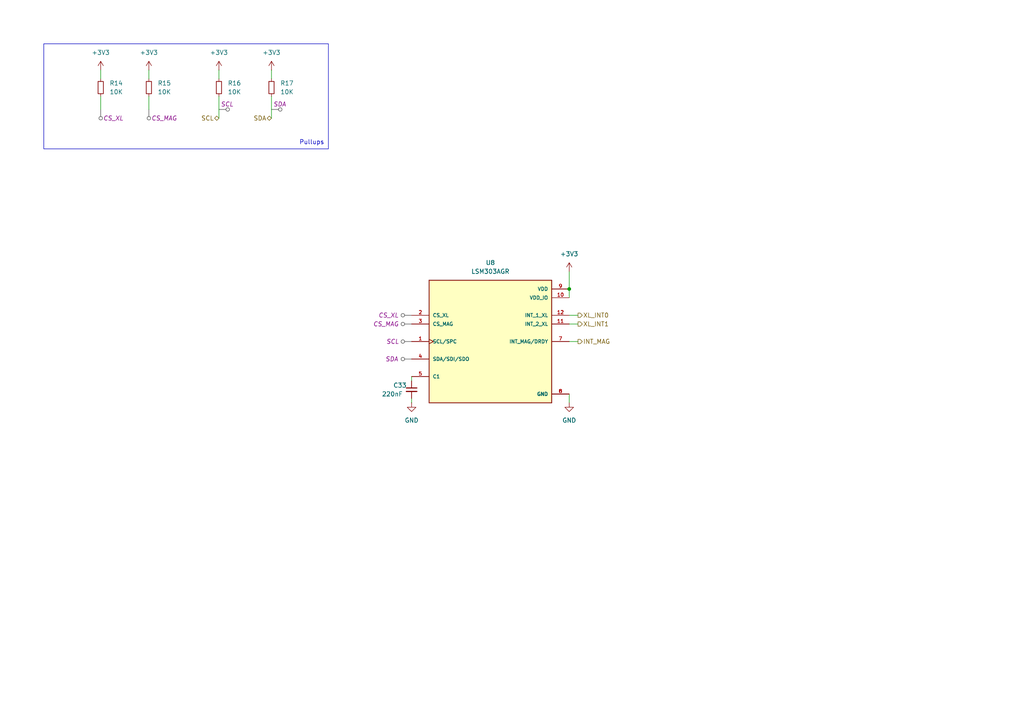
<source format=kicad_sch>
(kicad_sch (version 20231120) (generator "eeschema") (generator_version "8.0")
  (paper "A4")
  (lib_symbols
    (symbol "Device:C_Small" (pin_numbers hide) (pin_names (offset 0.254) hide)
      (property "Reference" "C" (at 0.254 1.778 0))
      (property "Value" "C_Small" (at 0.254 -2.032 0))
      (symbol "C_Small_0_1"
        (polyline (pts (xy -1.524 -0.508) (xy 1.524 -0.508)) (stroke (width 0.3302)))
        (polyline (pts (xy -1.524 0.508) (xy 1.524 0.508)) (stroke (width 0.3048)))
      )
      (symbol "C_Small_1_1"
        (pin passive line (at 0 2.54 270) (length 2.032) (name "~") (number "1"))
        (pin passive line (at 0 -2.54 90) (length 2.032) (name "~") (number "2"))
      )
    )
    (symbol "Device:R_Small" (pin_numbers hide) (pin_names (offset 0.254) hide)
      (property "Reference" "R" (at 0.762 0.508 0))
      (property "Value" "R_Small" (at 0.762 -1.016 0))
      (symbol "R_Small_0_1"
        (rectangle (start -0.762 1.778) (end 0.762 -1.778) (stroke (width 0.2032)))
      )
      (symbol "R_Small_1_1"
        (pin passive line (at 0 2.54 270) (length 0.762) (name "~") (number "1"))
        (pin passive line (at 0 -2.54 90) (length 0.762) (name "~") (number "2"))
      )
    )
    (symbol "LSM303AGR:LSM303AGR" (pin_names (offset 1.016))
      (property "Reference" "U" (at -17.78 19.05 0))
      (property "Value" "LSM303AGR" (at -17.78 -19.05 0))
      (symbol "LSM303AGR_0_0"
        (rectangle (start -17.78 -17.78) (end 17.78 17.78) (stroke (width 0.254)) (fill (type background)))
        (pin input clock (at -22.86 0 0) (length 5.08) (name "SCL/SPC") (number "1"))
        (pin power_in line (at 22.86 12.7 180) (length 5.08) (name "VDD_IO") (number "10"))
        (pin output line (at 22.86 5.08 180) (length 5.08) (name "INT_2_XL") (number "11"))
        (pin output line (at 22.86 7.62 180) (length 5.08) (name "INT_1_XL") (number "12"))
        (pin input line (at -22.86 7.62 0) (length 5.08) (name "CS_XL") (number "2"))
        (pin input line (at -22.86 5.08 0) (length 5.08) (name "CS_MAG") (number "3"))
        (pin bidirectional line (at -22.86 -5.08 0) (length 5.08) (name "SDA/SDI/SDO") (number "4"))
        (pin passive line (at -22.86 -10.16 0) (length 5.08) (name "C1") (number "5"))
        (pin power_in line (at 22.86 -15.24 180) (length 5.08) (name "GND") (number "6"))
        (pin output line (at 22.86 0 180) (length 5.08) (name "INT_MAG/DRDY") (number "7"))
        (pin power_in line (at 22.86 -15.24 180) (length 5.08) (name "GND") (number "8"))
        (pin power_in line (at 22.86 15.24 180) (length 5.08) (name "VDD") (number "9"))
      )
    )
    (symbol "power:+3V3" (power) (pin_numbers hide) (pin_names (offset 0) hide)
      (property "Value" "+3V3" (at 0 3.556 0))
      (symbol "+3V3_0_1"
        (polyline (pts (xy -0.762 1.27) (xy 0 2.54)))
        (polyline (pts (xy 0 0) (xy 0 2.54)))
        (polyline (pts (xy 0 2.54) (xy 0.762 1.27)))
      )
      (symbol "+3V3_1_1"
        (pin power_in line (at 0 0 90) (length 0) (name "~") (number "1"))
      )
    )
    (symbol "power:GND" (power) (pin_numbers hide) (pin_names (offset 0) hide)
      (property "Value" "GND" (at 0 -3.81 0))
      (symbol "GND_0_1"
        (polyline (pts (xy 0 0) (xy 0 -1.27) (xy 1.27 -1.27) (xy 0 -2.54) (xy -1.27 -1.27) (xy 0 -1.27)))
      )
      (symbol "GND_1_1"
        (pin power_in line (at 0 0 270) (length 0) (name "~") (number "1"))
      )
    )
  )
  (junction (at 165.1 83.82))
  (wire (pts (xy 165.1 114.3) (xy 165.1 116.84)))
  (wire (pts (xy 119.38 109.22) (xy 119.38 110.49)))
  (wire (pts (xy 165.1 93.98) (xy 167.64 93.98)))
  (wire (pts (xy 63.5 20.32) (xy 63.5 22.86)))
  (wire (pts (xy 29.21 20.32) (xy 29.21 22.86)))
  (wire (pts (xy 43.18 20.32) (xy 43.18 22.86)))
  (wire (pts (xy 165.1 91.44) (xy 167.64 91.44)))
  (wire (pts (xy 165.1 99.06) (xy 167.64 99.06)))
  (wire (pts (xy 78.74 20.32) (xy 78.74 22.86)))
  (wire (pts (xy 165.1 83.82) (xy 165.1 86.36)))
  (wire (pts (xy 63.5 27.94) (xy 63.5 34.29)))
  (wire (pts (xy 165.1 78.74) (xy 165.1 83.82)))
  (wire (pts (xy 43.18 27.94) (xy 43.18 31.75)))
  (wire (pts (xy 78.74 27.94) (xy 78.74 34.29)))
  (wire (pts (xy 119.38 115.57) (xy 119.38 116.84)))
  (wire (pts (xy 29.21 27.94) (xy 29.21 31.75)))
  (rectangle (start 12.7 12.7) (end 95.25 43.18))
  (text "Pullups" (at 90.424 41.402 0) (effects (font (size 1.27 1.27))))
  (hierarchical_label "INT_MAG" (shape output) (at 167.64 99.06 0))
  (hierarchical_label "XL_INT1" (shape output) (at 167.64 93.98 0))
  (hierarchical_label "XL_INT0" (shape output) (at 167.64 91.44 0))
  (hierarchical_label "SCL" (shape bidirectional) (at 63.5 34.29 180))
  (hierarchical_label "SDA" (shape bidirectional) (at 78.74 34.29 180))
  (netclass_flag "" (length 2.54) (shape round) (at 43.18 31.75 180) (property "Netclass" "CS_MAG" (at 43.8785 34.29 0) (effects (font (italic yes)) (justify left))))
  (netclass_flag "" (length 2.54) (shape round) (at 119.38 91.44 90) (property "Netclass" "CS_XL" (at 109.728 91.44 0) (effects (font (italic yes)) (justify left))))
  (netclass_flag "" (length 2.54) (shape round) (at 63.5 31.75 270) (property "Netclass" "SCL" (at 64.008 30.226 0) (effects (font (italic yes)) (justify left))))
  (netclass_flag "" (length 2.54) (shape round) (at 119.38 104.14 90) (property "Netclass" "SDA" (at 111.76 104.14 0) (effects (font (italic yes)) (justify left))))
  (netclass_flag "" (length 2.54) (shape round) (at 119.38 93.98 90) (property "Netclass" "CS_MAG" (at 108.204 93.98 0) (effects (font (italic yes)) (justify left))))
  (netclass_flag "" (length 2.54) (shape round) (at 29.21 31.75 180) (property "Netclass" "CS_XL" (at 29.9085 34.29 0) (effects (font (italic yes)) (justify left))))
  (netclass_flag "" (length 2.54) (shape round) (at 78.74 31.75 270) (property "Netclass" "SDA" (at 79.248 30.226 0) (effects (font (italic yes)) (justify left))))
  (netclass_flag "" (length 2.54) (shape round) (at 119.38 99.06 90) (property "Netclass" "SCL" (at 112.014 99.06 0) (effects (font (italic yes)) (justify left))))
  (symbol (lib_id "LSM303AGR:LSM303AGR") (at 142.24 99.06 0) (unit 1)
    (property "Reference" "U8" (at 142.24 76.2 0))
    (property "Value" "LSM303AGR" (at 142.24 78.74 0))
    (property "Footprint" "custom_comps:PQFN50P200X200X100-12N" (effects (hide yes)))
    (property "MF" "STMicroelectronics" (effects (hide yes)))
    (property "MAXIMUM_PACKAGE_HEIGHT" "1.0mm" (effects (hide yes)))
    (property "Package" "VFLGA-12 STMicroelectronics" (effects (hide yes)))
    (property "Price" "None" (effects (hide yes)))
    (property "Check_prices" "https://www.snapeda.com/parts/LSM303AGR/STMicroelectronics/view-part/?ref=eda" (effects (hide yes)))
    (property "STANDARD" "IPC 7351B" (effects (hide yes)))
    (property "PARTREV" "10" (effects (hide yes)))
    (property "SnapEDA_Link" "https://www.snapeda.com/parts/LSM303AGR/STMicroelectronics/view-part/?ref=snap" (effects (hide yes)))
    (property "MP" "LSM303AGR" (effects (hide yes)))
    (property "Purchase-URL" "https://www.snapeda.com/api/url_track_click_mouser/?unipart_id=3601838&manufacturer=STMicroelectronics&part_name=LSM303AGR&search_term=None" (effects (hide yes)))
    (property "Description_1" "\nAccelerometer, Magnetometer, Temperature, 6 Axis Sensor I²C, SPI Output\n" (effects (hide yes)))
    (property "Availability" "In Stock" (effects (hide yes)))
    (property "MANUFACTURER" "STMicroelectronics" (effects (hide yes)))
  )
  (symbol (lib_id "power:GND") (at 165.1 116.84 0) (unit 1)
    (property "Reference" "#PWR066" (effects (hide yes)))
    (property "Value" "GND" (at 165.1 121.92 0))
    (property "Description" "Power symbol creates a global label with name \"GND\" , ground" (effects (hide yes)))
  )
  (symbol (lib_id "power:+3V3") (at 78.74 20.32 0) (unit 1)
    (property "Reference" "#PWR063" (effects (hide yes)))
    (property "Value" "+3V3" (at 78.74 15.24 0))
    (property "Description" "Power symbol creates a global label with name \"+3V3\"" (effects (hide yes)))
  )
  (symbol (lib_id "power:+3V3") (at 29.21 20.32 0) (unit 1)
    (property "Reference" "#PWR060" (effects (hide yes)))
    (property "Value" "+3V3" (at 29.21 15.24 0))
    (property "Description" "Power symbol creates a global label with name \"+3V3\"" (effects (hide yes)))
  )
  (symbol (lib_id "Device:R_Small") (at 78.74 25.4 0) (unit 1)
    (property "Reference" "R17" (at 81.28 24.1299 0) (effects (justify left)))
    (property "Value" "10K" (at 81.28 26.6699 0) (effects (justify left)))
    (property "Footprint" "Resistor_SMD:R_0402_1005Metric" (effects (hide yes)))
    (property "Description" "Resistor, small symbol" (effects (hide yes)))
  )
  (symbol (lib_id "Device:R_Small") (at 29.21 25.4 0) (unit 1)
    (property "Reference" "R14" (at 31.75 24.1299 0) (effects (justify left)))
    (property "Value" "10K" (at 31.75 26.6699 0) (effects (justify left)))
    (property "Footprint" "Resistor_SMD:R_0402_1005Metric" (effects (hide yes)))
    (property "Description" "Resistor, small symbol" (effects (hide yes)))
  )
  (symbol (lib_id "Device:C_Small") (at 119.38 113.03 0) (unit 1)
    (property "Reference" "C33" (at 114.046 111.76 0) (effects (justify left)))
    (property "Value" "220nF" (at 110.744 114.3 0) (effects (justify left)))
    (property "Footprint" "Capacitor_SMD:C_0402_1005Metric" (effects (hide yes)))
    (property "Description" "Unpolarized capacitor, small symbol" (effects (hide yes)))
  )
  (symbol (lib_id "power:+3V3") (at 43.18 20.32 0) (unit 1)
    (property "Reference" "#PWR061" (effects (hide yes)))
    (property "Value" "+3V3" (at 43.18 15.24 0))
    (property "Description" "Power symbol creates a global label with name \"+3V3\"" (effects (hide yes)))
  )
  (symbol (lib_id "Device:R_Small") (at 63.5 25.4 0) (unit 1)
    (property "Reference" "R16" (at 66.04 24.1299 0) (effects (justify left)))
    (property "Value" "10K" (at 66.04 26.6699 0) (effects (justify left)))
    (property "Footprint" "Resistor_SMD:R_0402_1005Metric" (effects (hide yes)))
    (property "Description" "Resistor, small symbol" (effects (hide yes)))
  )
  (symbol (lib_id "Device:R_Small") (at 43.18 25.4 0) (unit 1)
    (property "Reference" "R15" (at 45.72 24.1299 0) (effects (justify left)))
    (property "Value" "10K" (at 45.72 26.6699 0) (effects (justify left)))
    (property "Footprint" "Resistor_SMD:R_0402_1005Metric" (effects (hide yes)))
    (property "Description" "Resistor, small symbol" (effects (hide yes)))
  )
  (symbol (lib_id "power:+3V3") (at 63.5 20.32 0) (unit 1)
    (property "Reference" "#PWR062" (effects (hide yes)))
    (property "Value" "+3V3" (at 63.5 15.24 0))
    (property "Description" "Power symbol creates a global label with name \"+3V3\"" (effects (hide yes)))
  )
  (symbol (lib_id "power:GND") (at 119.38 116.84 0) (unit 1)
    (property "Reference" "#PWR064" (effects (hide yes)))
    (property "Value" "GND" (at 119.38 121.92 0))
    (property "Description" "Power symbol creates a global label with name \"GND\" , ground" (effects (hide yes)))
  )
  (symbol (lib_id "power:+3V3") (at 165.1 78.74 0) (unit 1)
    (property "Reference" "#PWR065" (effects (hide yes)))
    (property "Value" "+3V3" (at 165.1 73.66 0))
    (property "Description" "Power symbol creates a global label with name \"+3V3\"" (effects (hide yes)))
  )
)
</source>
